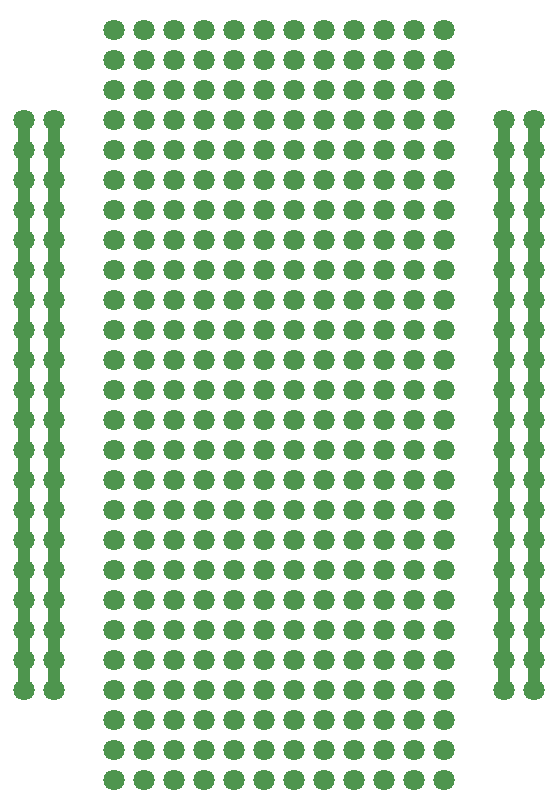
<source format=gbr>
%TF.GenerationSoftware,KiCad,Pcbnew,(5.1.10-1-10_14)*%
%TF.CreationDate,2021-09-01T11:57:48-05:00*%
%TF.ProjectId,soldering,736f6c64-6572-4696-9e67-2e6b69636164,rev?*%
%TF.SameCoordinates,Original*%
%TF.FileFunction,Copper,L1,Top*%
%TF.FilePolarity,Positive*%
%FSLAX46Y46*%
G04 Gerber Fmt 4.6, Leading zero omitted, Abs format (unit mm)*
G04 Created by KiCad (PCBNEW (5.1.10-1-10_14)) date 2021-09-01 11:57:48*
%MOMM*%
%LPD*%
G01*
G04 APERTURE LIST*
%TA.AperFunction,ComponentPad*%
%ADD10C,1.800000*%
%TD*%
%TA.AperFunction,Conductor*%
%ADD11C,1.000000*%
%TD*%
G04 APERTURE END LIST*
D10*
%TO.P,REF\u002A\u002A,1*%
%TO.N,N/C*%
X154940000Y-99060000D03*
%TD*%
%TO.P,REF\u002A\u002A,1*%
%TO.N,N/C*%
X152400000Y-99060000D03*
%TD*%
%TO.P,REF\u002A\u002A,1*%
%TO.N,N/C*%
X111760000Y-99060000D03*
%TD*%
%TO.P,REF\u002A\u002A,1*%
%TO.N,N/C*%
X114300000Y-99060000D03*
%TD*%
%TO.P,REF\u002A\u002A,1*%
%TO.N,N/C*%
X147320000Y-104140000D03*
%TD*%
%TO.P,REF\u002A\u002A,1*%
%TO.N,N/C*%
X144780000Y-106680000D03*
%TD*%
%TO.P,REF\u002A\u002A,1*%
%TO.N,N/C*%
X144780000Y-154940000D03*
%TD*%
%TO.P,REF\u002A\u002A,1*%
%TO.N,N/C*%
X147320000Y-154940000D03*
%TD*%
%TO.P,REF\u002A\u002A,1*%
%TO.N,N/C*%
X147320000Y-147320000D03*
%TD*%
%TO.P,REF\u002A\u002A,1*%
%TO.N,N/C*%
X144780000Y-132080000D03*
%TD*%
%TO.P,REF\u002A\u002A,1*%
%TO.N,N/C*%
X147320000Y-142240000D03*
%TD*%
%TO.P,REF\u002A\u002A,1*%
%TO.N,N/C*%
X147320000Y-99060000D03*
%TD*%
%TO.P,REF\u002A\u002A,1*%
%TO.N,N/C*%
X147320000Y-91440000D03*
%TD*%
%TO.P,REF\u002A\u002A,1*%
%TO.N,N/C*%
X147320000Y-101600000D03*
%TD*%
%TO.P,REF\u002A\u002A,1*%
%TO.N,N/C*%
X144780000Y-116840000D03*
%TD*%
%TO.P,REF\u002A\u002A,1*%
%TO.N,N/C*%
X147320000Y-119380000D03*
%TD*%
%TO.P,REF\u002A\u002A,1*%
%TO.N,N/C*%
X147320000Y-109220000D03*
%TD*%
%TO.P,REF\u002A\u002A,1*%
%TO.N,N/C*%
X144780000Y-111760000D03*
%TD*%
%TO.P,REF\u002A\u002A,1*%
%TO.N,N/C*%
X147320000Y-114300000D03*
%TD*%
%TO.P,REF\u002A\u002A,1*%
%TO.N,N/C*%
X142240000Y-152400000D03*
%TD*%
%TO.P,REF\u002A\u002A,1*%
%TO.N,N/C*%
X142240000Y-142240000D03*
%TD*%
%TO.P,REF\u002A\u002A,1*%
%TO.N,N/C*%
X139700000Y-149860000D03*
%TD*%
%TO.P,REF\u002A\u002A,1*%
%TO.N,N/C*%
X139700000Y-152400000D03*
%TD*%
%TO.P,REF\u002A\u002A,1*%
%TO.N,N/C*%
X144780000Y-101600000D03*
%TD*%
%TO.P,REF\u002A\u002A,1*%
%TO.N,N/C*%
X144780000Y-152400000D03*
%TD*%
%TO.P,REF\u002A\u002A,1*%
%TO.N,N/C*%
X142240000Y-116840000D03*
%TD*%
%TO.P,REF\u002A\u002A,1*%
%TO.N,N/C*%
X139700000Y-104140000D03*
%TD*%
%TO.P,REF\u002A\u002A,1*%
%TO.N,N/C*%
X142240000Y-106680000D03*
%TD*%
%TO.P,REF\u002A\u002A,1*%
%TO.N,N/C*%
X142240000Y-132080000D03*
%TD*%
%TO.P,REF\u002A\u002A,1*%
%TO.N,N/C*%
X139700000Y-144780000D03*
%TD*%
%TO.P,REF\u002A\u002A,1*%
%TO.N,N/C*%
X147320000Y-124460000D03*
%TD*%
%TO.P,REF\u002A\u002A,1*%
%TO.N,N/C*%
X144780000Y-99060000D03*
%TD*%
%TO.P,REF\u002A\u002A,1*%
%TO.N,N/C*%
X144780000Y-91440000D03*
%TD*%
%TO.P,REF\u002A\u002A,1*%
%TO.N,N/C*%
X147320000Y-111760000D03*
%TD*%
%TO.P,REF\u002A\u002A,1*%
%TO.N,N/C*%
X147320000Y-129540000D03*
%TD*%
%TO.P,REF\u002A\u002A,1*%
%TO.N,N/C*%
X147320000Y-93980000D03*
%TD*%
%TO.P,REF\u002A\u002A,1*%
%TO.N,N/C*%
X147320000Y-134620000D03*
%TD*%
%TO.P,REF\u002A\u002A,1*%
%TO.N,N/C*%
X144780000Y-119380000D03*
%TD*%
%TO.P,REF\u002A\u002A,1*%
%TO.N,N/C*%
X144780000Y-114300000D03*
%TD*%
%TO.P,REF\u002A\u002A,1*%
%TO.N,N/C*%
X147320000Y-127000000D03*
%TD*%
%TO.P,REF\u002A\u002A,1*%
%TO.N,N/C*%
X144780000Y-124460000D03*
%TD*%
%TO.P,REF\u002A\u002A,1*%
%TO.N,N/C*%
X144780000Y-96520000D03*
%TD*%
%TO.P,REF\u002A\u002A,1*%
%TO.N,N/C*%
X144780000Y-127000000D03*
%TD*%
%TO.P,REF\u002A\u002A,1*%
%TO.N,N/C*%
X139700000Y-154940000D03*
%TD*%
%TO.P,REF\u002A\u002A,1*%
%TO.N,N/C*%
X142240000Y-154940000D03*
%TD*%
%TO.P,REF\u002A\u002A,1*%
%TO.N,N/C*%
X147320000Y-121920000D03*
%TD*%
%TO.P,REF\u002A\u002A,1*%
%TO.N,N/C*%
X144780000Y-129540000D03*
%TD*%
%TO.P,REF\u002A\u002A,1*%
%TO.N,N/C*%
X144780000Y-109220000D03*
%TD*%
%TO.P,REF\u002A\u002A,1*%
%TO.N,N/C*%
X144780000Y-93980000D03*
%TD*%
%TO.P,REF\u002A\u002A,1*%
%TO.N,N/C*%
X147320000Y-96520000D03*
%TD*%
%TO.P,REF\u002A\u002A,1*%
%TO.N,N/C*%
X147320000Y-139700000D03*
%TD*%
%TO.P,REF\u002A\u002A,1*%
%TO.N,N/C*%
X144780000Y-149860000D03*
%TD*%
%TO.P,REF\u002A\u002A,1*%
%TO.N,N/C*%
X144780000Y-121920000D03*
%TD*%
%TO.P,REF\u002A\u002A,1*%
%TO.N,N/C*%
X147320000Y-137160000D03*
%TD*%
%TO.P,REF\u002A\u002A,1*%
%TO.N,N/C*%
X144780000Y-137160000D03*
%TD*%
%TO.P,REF\u002A\u002A,1*%
%TO.N,N/C*%
X144780000Y-134620000D03*
%TD*%
%TO.P,REF\u002A\u002A,1*%
%TO.N,N/C*%
X147320000Y-149860000D03*
%TD*%
%TO.P,REF\u002A\u002A,1*%
%TO.N,N/C*%
X144780000Y-142240000D03*
%TD*%
%TO.P,REF\u002A\u002A,1*%
%TO.N,N/C*%
X147320000Y-116840000D03*
%TD*%
%TO.P,REF\u002A\u002A,1*%
%TO.N,N/C*%
X144780000Y-104140000D03*
%TD*%
%TO.P,REF\u002A\u002A,1*%
%TO.N,N/C*%
X147320000Y-106680000D03*
%TD*%
%TO.P,REF\u002A\u002A,1*%
%TO.N,N/C*%
X147320000Y-132080000D03*
%TD*%
%TO.P,REF\u002A\u002A,1*%
%TO.N,N/C*%
X144780000Y-144780000D03*
%TD*%
%TO.P,REF\u002A\u002A,1*%
%TO.N,N/C*%
X144780000Y-147320000D03*
%TD*%
%TO.P,REF\u002A\u002A,1*%
%TO.N,N/C*%
X147320000Y-144780000D03*
%TD*%
%TO.P,REF\u002A\u002A,1*%
%TO.N,N/C*%
X144780000Y-139700000D03*
%TD*%
%TO.P,REF\u002A\u002A,1*%
%TO.N,N/C*%
X147320000Y-152400000D03*
%TD*%
%TO.P,REF\u002A\u002A,1*%
%TO.N,N/C*%
X142240000Y-147320000D03*
%TD*%
%TO.P,REF\u002A\u002A,1*%
%TO.N,N/C*%
X142240000Y-139700000D03*
%TD*%
%TO.P,REF\u002A\u002A,1*%
%TO.N,N/C*%
X142240000Y-144780000D03*
%TD*%
%TO.P,REF\u002A\u002A,1*%
%TO.N,N/C*%
X139700000Y-139700000D03*
%TD*%
%TO.P,REF\u002A\u002A,1*%
%TO.N,N/C*%
X139700000Y-147320000D03*
%TD*%
%TO.P,REF\u002A\u002A,1*%
%TO.N,N/C*%
X139700000Y-142240000D03*
%TD*%
%TO.P,REF\u002A\u002A,1*%
%TO.N,N/C*%
X142240000Y-149860000D03*
%TD*%
%TO.P,REF\u002A\u002A,1*%
%TO.N,N/C*%
X139700000Y-96520000D03*
%TD*%
%TO.P,REF\u002A\u002A,1*%
%TO.N,N/C*%
X139700000Y-106680000D03*
%TD*%
%TO.P,REF\u002A\u002A,1*%
%TO.N,N/C*%
X142240000Y-137160000D03*
%TD*%
%TO.P,REF\u002A\u002A,1*%
%TO.N,N/C*%
X139700000Y-93980000D03*
%TD*%
%TO.P,REF\u002A\u002A,1*%
%TO.N,N/C*%
X139700000Y-134620000D03*
%TD*%
%TO.P,REF\u002A\u002A,1*%
%TO.N,N/C*%
X139700000Y-132080000D03*
%TD*%
%TO.P,REF\u002A\u002A,1*%
%TO.N,N/C*%
X139700000Y-109220000D03*
%TD*%
%TO.P,REF\u002A\u002A,1*%
%TO.N,N/C*%
X139700000Y-101600000D03*
%TD*%
%TO.P,REF\u002A\u002A,1*%
%TO.N,N/C*%
X142240000Y-91440000D03*
%TD*%
%TO.P,REF\u002A\u002A,1*%
%TO.N,N/C*%
X139700000Y-121920000D03*
%TD*%
%TO.P,REF\u002A\u002A,1*%
%TO.N,N/C*%
X142240000Y-99060000D03*
%TD*%
%TO.P,REF\u002A\u002A,1*%
%TO.N,N/C*%
X142240000Y-96520000D03*
%TD*%
%TO.P,REF\u002A\u002A,1*%
%TO.N,N/C*%
X142240000Y-104140000D03*
%TD*%
%TO.P,REF\u002A\u002A,1*%
%TO.N,N/C*%
X139700000Y-137160000D03*
%TD*%
%TO.P,REF\u002A\u002A,1*%
%TO.N,N/C*%
X142240000Y-121920000D03*
%TD*%
%TO.P,REF\u002A\u002A,1*%
%TO.N,N/C*%
X139700000Y-129540000D03*
%TD*%
%TO.P,REF\u002A\u002A,1*%
%TO.N,N/C*%
X139700000Y-127000000D03*
%TD*%
%TO.P,REF\u002A\u002A,1*%
%TO.N,N/C*%
X142240000Y-93980000D03*
%TD*%
%TO.P,REF\u002A\u002A,1*%
%TO.N,N/C*%
X142240000Y-111760000D03*
%TD*%
%TO.P,REF\u002A\u002A,1*%
%TO.N,N/C*%
X142240000Y-129540000D03*
%TD*%
%TO.P,REF\u002A\u002A,1*%
%TO.N,N/C*%
X142240000Y-127000000D03*
%TD*%
%TO.P,REF\u002A\u002A,1*%
%TO.N,N/C*%
X139700000Y-124460000D03*
%TD*%
%TO.P,REF\u002A\u002A,1*%
%TO.N,N/C*%
X142240000Y-109220000D03*
%TD*%
%TO.P,REF\u002A\u002A,1*%
%TO.N,N/C*%
X139700000Y-99060000D03*
%TD*%
%TO.P,REF\u002A\u002A,1*%
%TO.N,N/C*%
X139700000Y-91440000D03*
%TD*%
%TO.P,REF\u002A\u002A,1*%
%TO.N,N/C*%
X142240000Y-101600000D03*
%TD*%
%TO.P,REF\u002A\u002A,1*%
%TO.N,N/C*%
X142240000Y-114300000D03*
%TD*%
%TO.P,REF\u002A\u002A,1*%
%TO.N,N/C*%
X139700000Y-116840000D03*
%TD*%
%TO.P,REF\u002A\u002A,1*%
%TO.N,N/C*%
X142240000Y-119380000D03*
%TD*%
%TO.P,REF\u002A\u002A,1*%
%TO.N,N/C*%
X142240000Y-124460000D03*
%TD*%
%TO.P,REF\u002A\u002A,1*%
%TO.N,N/C*%
X139700000Y-111760000D03*
%TD*%
%TO.P,REF\u002A\u002A,1*%
%TO.N,N/C*%
X139700000Y-114300000D03*
%TD*%
%TO.P,REF\u002A\u002A,1*%
%TO.N,N/C*%
X142240000Y-134620000D03*
%TD*%
%TO.P,REF\u002A\u002A,1*%
%TO.N,N/C*%
X139700000Y-119380000D03*
%TD*%
%TO.P,REF\u002A\u002A,1*%
%TO.N,N/C*%
X132080000Y-134620000D03*
%TD*%
%TO.P,REF\u002A\u002A,1*%
%TO.N,N/C*%
X129540000Y-119380000D03*
%TD*%
%TO.P,REF\u002A\u002A,1*%
%TO.N,N/C*%
X129540000Y-114300000D03*
%TD*%
%TO.P,REF\u002A\u002A,1*%
%TO.N,N/C*%
X129540000Y-127000000D03*
%TD*%
%TO.P,REF\u002A\u002A,1*%
%TO.N,N/C*%
X132080000Y-121920000D03*
%TD*%
%TO.P,REF\u002A\u002A,1*%
%TO.N,N/C*%
X129540000Y-129540000D03*
%TD*%
%TO.P,REF\u002A\u002A,1*%
%TO.N,N/C*%
X132080000Y-101600000D03*
%TD*%
%TO.P,REF\u002A\u002A,1*%
%TO.N,N/C*%
X132080000Y-109220000D03*
%TD*%
%TO.P,REF\u002A\u002A,1*%
%TO.N,N/C*%
X129540000Y-111760000D03*
%TD*%
%TO.P,REF\u002A\u002A,1*%
%TO.N,N/C*%
X132080000Y-114300000D03*
%TD*%
%TO.P,REF\u002A\u002A,1*%
%TO.N,N/C*%
X129540000Y-116840000D03*
%TD*%
%TO.P,REF\u002A\u002A,1*%
%TO.N,N/C*%
X132080000Y-119380000D03*
%TD*%
%TO.P,REF\u002A\u002A,1*%
%TO.N,N/C*%
X132080000Y-124460000D03*
%TD*%
%TO.P,REF\u002A\u002A,1*%
%TO.N,N/C*%
X129540000Y-99060000D03*
%TD*%
%TO.P,REF\u002A\u002A,1*%
%TO.N,N/C*%
X129540000Y-91440000D03*
%TD*%
%TO.P,REF\u002A\u002A,1*%
%TO.N,N/C*%
X132080000Y-93980000D03*
%TD*%
%TO.P,REF\u002A\u002A,1*%
%TO.N,N/C*%
X132080000Y-111760000D03*
%TD*%
%TO.P,REF\u002A\u002A,1*%
%TO.N,N/C*%
X132080000Y-129540000D03*
%TD*%
%TO.P,REF\u002A\u002A,1*%
%TO.N,N/C*%
X132080000Y-127000000D03*
%TD*%
%TO.P,REF\u002A\u002A,1*%
%TO.N,N/C*%
X129540000Y-124460000D03*
%TD*%
%TO.P,REF\u002A\u002A,1*%
%TO.N,N/C*%
X129540000Y-96520000D03*
%TD*%
%TO.P,REF\u002A\u002A,1*%
%TO.N,N/C*%
X132080000Y-99060000D03*
%TD*%
%TO.P,REF\u002A\u002A,1*%
%TO.N,N/C*%
X129540000Y-93980000D03*
%TD*%
%TO.P,REF\u002A\u002A,1*%
%TO.N,N/C*%
X132080000Y-96520000D03*
%TD*%
%TO.P,REF\u002A\u002A,1*%
%TO.N,N/C*%
X132080000Y-104140000D03*
%TD*%
%TO.P,REF\u002A\u002A,1*%
%TO.N,N/C*%
X129540000Y-106680000D03*
%TD*%
%TO.P,REF\u002A\u002A,1*%
%TO.N,N/C*%
X129540000Y-132080000D03*
%TD*%
%TO.P,REF\u002A\u002A,1*%
%TO.N,N/C*%
X129540000Y-109220000D03*
%TD*%
%TO.P,REF\u002A\u002A,1*%
%TO.N,N/C*%
X129540000Y-101600000D03*
%TD*%
%TO.P,REF\u002A\u002A,1*%
%TO.N,N/C*%
X132080000Y-91440000D03*
%TD*%
%TO.P,REF\u002A\u002A,1*%
%TO.N,N/C*%
X129540000Y-121920000D03*
%TD*%
%TO.P,REF\u002A\u002A,1*%
%TO.N,N/C*%
X132080000Y-137160000D03*
%TD*%
%TO.P,REF\u002A\u002A,1*%
%TO.N,N/C*%
X129540000Y-137160000D03*
%TD*%
%TO.P,REF\u002A\u002A,1*%
%TO.N,N/C*%
X129540000Y-134620000D03*
%TD*%
%TO.P,REF\u002A\u002A,1*%
%TO.N,N/C*%
X132080000Y-149860000D03*
%TD*%
%TO.P,REF\u002A\u002A,1*%
%TO.N,N/C*%
X129540000Y-142240000D03*
%TD*%
%TO.P,REF\u002A\u002A,1*%
%TO.N,N/C*%
X132080000Y-116840000D03*
%TD*%
%TO.P,REF\u002A\u002A,1*%
%TO.N,N/C*%
X129540000Y-104140000D03*
%TD*%
%TO.P,REF\u002A\u002A,1*%
%TO.N,N/C*%
X132080000Y-106680000D03*
%TD*%
%TO.P,REF\u002A\u002A,1*%
%TO.N,N/C*%
X132080000Y-132080000D03*
%TD*%
%TO.P,REF\u002A\u002A,1*%
%TO.N,N/C*%
X129540000Y-144780000D03*
%TD*%
%TO.P,REF\u002A\u002A,1*%
%TO.N,N/C*%
X137160000Y-124460000D03*
%TD*%
%TO.P,REF\u002A\u002A,1*%
%TO.N,N/C*%
X134620000Y-99060000D03*
%TD*%
%TO.P,REF\u002A\u002A,1*%
%TO.N,N/C*%
X134620000Y-91440000D03*
%TD*%
%TO.P,REF\u002A\u002A,1*%
%TO.N,N/C*%
X137160000Y-111760000D03*
%TD*%
%TO.P,REF\u002A\u002A,1*%
%TO.N,N/C*%
X137160000Y-129540000D03*
%TD*%
%TO.P,REF\u002A\u002A,1*%
%TO.N,N/C*%
X137160000Y-93980000D03*
%TD*%
%TO.P,REF\u002A\u002A,1*%
%TO.N,N/C*%
X137160000Y-134620000D03*
%TD*%
%TO.P,REF\u002A\u002A,1*%
%TO.N,N/C*%
X134620000Y-119380000D03*
%TD*%
%TO.P,REF\u002A\u002A,1*%
%TO.N,N/C*%
X134620000Y-114300000D03*
%TD*%
%TO.P,REF\u002A\u002A,1*%
%TO.N,N/C*%
X137160000Y-127000000D03*
%TD*%
%TO.P,REF\u002A\u002A,1*%
%TO.N,N/C*%
X134620000Y-124460000D03*
%TD*%
%TO.P,REF\u002A\u002A,1*%
%TO.N,N/C*%
X134620000Y-96520000D03*
%TD*%
%TO.P,REF\u002A\u002A,1*%
%TO.N,N/C*%
X134620000Y-127000000D03*
%TD*%
%TO.P,REF\u002A\u002A,1*%
%TO.N,N/C*%
X137160000Y-121920000D03*
%TD*%
%TO.P,REF\u002A\u002A,1*%
%TO.N,N/C*%
X134620000Y-129540000D03*
%TD*%
%TO.P,REF\u002A\u002A,1*%
%TO.N,N/C*%
X137160000Y-101600000D03*
%TD*%
%TO.P,REF\u002A\u002A,1*%
%TO.N,N/C*%
X134620000Y-116840000D03*
%TD*%
%TO.P,REF\u002A\u002A,1*%
%TO.N,N/C*%
X137160000Y-119380000D03*
%TD*%
%TO.P,REF\u002A\u002A,1*%
%TO.N,N/C*%
X137160000Y-109220000D03*
%TD*%
%TO.P,REF\u002A\u002A,1*%
%TO.N,N/C*%
X134620000Y-111760000D03*
%TD*%
%TO.P,REF\u002A\u002A,1*%
%TO.N,N/C*%
X137160000Y-114300000D03*
%TD*%
%TO.P,REF\u002A\u002A,1*%
%TO.N,N/C*%
X134620000Y-109220000D03*
%TD*%
%TO.P,REF\u002A\u002A,1*%
%TO.N,N/C*%
X134620000Y-101600000D03*
%TD*%
%TO.P,REF\u002A\u002A,1*%
%TO.N,N/C*%
X134620000Y-152400000D03*
%TD*%
%TO.P,REF\u002A\u002A,1*%
%TO.N,N/C*%
X137160000Y-104140000D03*
%TD*%
%TO.P,REF\u002A\u002A,1*%
%TO.N,N/C*%
X134620000Y-106680000D03*
%TD*%
%TO.P,REF\u002A\u002A,1*%
%TO.N,N/C*%
X134620000Y-154940000D03*
%TD*%
%TO.P,REF\u002A\u002A,1*%
%TO.N,N/C*%
X137160000Y-154940000D03*
%TD*%
%TO.P,REF\u002A\u002A,1*%
%TO.N,N/C*%
X137160000Y-147320000D03*
%TD*%
%TO.P,REF\u002A\u002A,1*%
%TO.N,N/C*%
X134620000Y-132080000D03*
%TD*%
%TO.P,REF\u002A\u002A,1*%
%TO.N,N/C*%
X137160000Y-142240000D03*
%TD*%
%TO.P,REF\u002A\u002A,1*%
%TO.N,N/C*%
X137160000Y-99060000D03*
%TD*%
%TO.P,REF\u002A\u002A,1*%
%TO.N,N/C*%
X134620000Y-93980000D03*
%TD*%
%TO.P,REF\u002A\u002A,1*%
%TO.N,N/C*%
X137160000Y-96520000D03*
%TD*%
%TO.P,REF\u002A\u002A,1*%
%TO.N,N/C*%
X137160000Y-139700000D03*
%TD*%
%TO.P,REF\u002A\u002A,1*%
%TO.N,N/C*%
X134620000Y-121920000D03*
%TD*%
%TO.P,REF\u002A\u002A,1*%
%TO.N,N/C*%
X137160000Y-137160000D03*
%TD*%
%TO.P,REF\u002A\u002A,1*%
%TO.N,N/C*%
X134620000Y-137160000D03*
%TD*%
%TO.P,REF\u002A\u002A,1*%
%TO.N,N/C*%
X134620000Y-134620000D03*
%TD*%
%TO.P,REF\u002A\u002A,1*%
%TO.N,N/C*%
X137160000Y-149860000D03*
%TD*%
%TO.P,REF\u002A\u002A,1*%
%TO.N,N/C*%
X134620000Y-142240000D03*
%TD*%
%TO.P,REF\u002A\u002A,1*%
%TO.N,N/C*%
X137160000Y-116840000D03*
%TD*%
%TO.P,REF\u002A\u002A,1*%
%TO.N,N/C*%
X134620000Y-104140000D03*
%TD*%
%TO.P,REF\u002A\u002A,1*%
%TO.N,N/C*%
X137160000Y-106680000D03*
%TD*%
%TO.P,REF\u002A\u002A,1*%
%TO.N,N/C*%
X137160000Y-132080000D03*
%TD*%
%TO.P,REF\u002A\u002A,1*%
%TO.N,N/C*%
X134620000Y-144780000D03*
%TD*%
%TO.P,REF\u002A\u002A,1*%
%TO.N,N/C*%
X134620000Y-147320000D03*
%TD*%
%TO.P,REF\u002A\u002A,1*%
%TO.N,N/C*%
X137160000Y-144780000D03*
%TD*%
%TO.P,REF\u002A\u002A,1*%
%TO.N,N/C*%
X134620000Y-139700000D03*
%TD*%
%TO.P,REF\u002A\u002A,1*%
%TO.N,N/C*%
X137160000Y-152400000D03*
%TD*%
%TO.P,REF\u002A\u002A,1*%
%TO.N,N/C*%
X137160000Y-91440000D03*
%TD*%
%TO.P,REF\u002A\u002A,1*%
%TO.N,N/C*%
X134620000Y-149860000D03*
%TD*%
%TO.P,REF\u002A\u002A,1*%
%TO.N,N/C*%
X129540000Y-154940000D03*
%TD*%
%TO.P,REF\u002A\u002A,1*%
%TO.N,N/C*%
X132080000Y-154940000D03*
%TD*%
%TO.P,REF\u002A\u002A,1*%
%TO.N,N/C*%
X132080000Y-147320000D03*
%TD*%
%TO.P,REF\u002A\u002A,1*%
%TO.N,N/C*%
X132080000Y-139700000D03*
%TD*%
%TO.P,REF\u002A\u002A,1*%
%TO.N,N/C*%
X132080000Y-144780000D03*
%TD*%
%TO.P,REF\u002A\u002A,1*%
%TO.N,N/C*%
X129540000Y-139700000D03*
%TD*%
%TO.P,REF\u002A\u002A,1*%
%TO.N,N/C*%
X129540000Y-147320000D03*
%TD*%
%TO.P,REF\u002A\u002A,1*%
%TO.N,N/C*%
X132080000Y-152400000D03*
%TD*%
%TO.P,REF\u002A\u002A,1*%
%TO.N,N/C*%
X132080000Y-142240000D03*
%TD*%
%TO.P,REF\u002A\u002A,1*%
%TO.N,N/C*%
X129540000Y-149860000D03*
%TD*%
%TO.P,REF\u002A\u002A,1*%
%TO.N,N/C*%
X129540000Y-152400000D03*
%TD*%
%TO.P,REF\u002A\u002A,1*%
%TO.N,N/C*%
X127000000Y-134620000D03*
%TD*%
%TO.P,REF\u002A\u002A,1*%
%TO.N,N/C*%
X124460000Y-119380000D03*
%TD*%
%TO.P,REF\u002A\u002A,1*%
%TO.N,N/C*%
X124460000Y-114300000D03*
%TD*%
%TO.P,REF\u002A\u002A,1*%
%TO.N,N/C*%
X124460000Y-127000000D03*
%TD*%
%TO.P,REF\u002A\u002A,1*%
%TO.N,N/C*%
X127000000Y-121920000D03*
%TD*%
%TO.P,REF\u002A\u002A,1*%
%TO.N,N/C*%
X124460000Y-129540000D03*
%TD*%
%TO.P,REF\u002A\u002A,1*%
%TO.N,N/C*%
X127000000Y-101600000D03*
%TD*%
%TO.P,REF\u002A\u002A,1*%
%TO.N,N/C*%
X127000000Y-109220000D03*
%TD*%
%TO.P,REF\u002A\u002A,1*%
%TO.N,N/C*%
X124460000Y-111760000D03*
%TD*%
%TO.P,REF\u002A\u002A,1*%
%TO.N,N/C*%
X127000000Y-114300000D03*
%TD*%
%TO.P,REF\u002A\u002A,1*%
%TO.N,N/C*%
X124460000Y-116840000D03*
%TD*%
%TO.P,REF\u002A\u002A,1*%
%TO.N,N/C*%
X127000000Y-119380000D03*
%TD*%
%TO.P,REF\u002A\u002A,1*%
%TO.N,N/C*%
X127000000Y-124460000D03*
%TD*%
%TO.P,REF\u002A\u002A,1*%
%TO.N,N/C*%
X124460000Y-99060000D03*
%TD*%
%TO.P,REF\u002A\u002A,1*%
%TO.N,N/C*%
X124460000Y-91440000D03*
%TD*%
%TO.P,REF\u002A\u002A,1*%
%TO.N,N/C*%
X127000000Y-93980000D03*
%TD*%
%TO.P,REF\u002A\u002A,1*%
%TO.N,N/C*%
X127000000Y-111760000D03*
%TD*%
%TO.P,REF\u002A\u002A,1*%
%TO.N,N/C*%
X127000000Y-129540000D03*
%TD*%
%TO.P,REF\u002A\u002A,1*%
%TO.N,N/C*%
X127000000Y-127000000D03*
%TD*%
%TO.P,REF\u002A\u002A,1*%
%TO.N,N/C*%
X124460000Y-124460000D03*
%TD*%
%TO.P,REF\u002A\u002A,1*%
%TO.N,N/C*%
X124460000Y-96520000D03*
%TD*%
%TO.P,REF\u002A\u002A,1*%
%TO.N,N/C*%
X127000000Y-99060000D03*
%TD*%
%TO.P,REF\u002A\u002A,1*%
%TO.N,N/C*%
X124460000Y-93980000D03*
%TD*%
%TO.P,REF\u002A\u002A,1*%
%TO.N,N/C*%
X127000000Y-96520000D03*
%TD*%
%TO.P,REF\u002A\u002A,1*%
%TO.N,N/C*%
X127000000Y-104140000D03*
%TD*%
%TO.P,REF\u002A\u002A,1*%
%TO.N,N/C*%
X124460000Y-106680000D03*
%TD*%
%TO.P,REF\u002A\u002A,1*%
%TO.N,N/C*%
X124460000Y-132080000D03*
%TD*%
%TO.P,REF\u002A\u002A,1*%
%TO.N,N/C*%
X124460000Y-109220000D03*
%TD*%
%TO.P,REF\u002A\u002A,1*%
%TO.N,N/C*%
X124460000Y-101600000D03*
%TD*%
%TO.P,REF\u002A\u002A,1*%
%TO.N,N/C*%
X127000000Y-91440000D03*
%TD*%
%TO.P,REF\u002A\u002A,1*%
%TO.N,N/C*%
X124460000Y-121920000D03*
%TD*%
%TO.P,REF\u002A\u002A,1*%
%TO.N,N/C*%
X127000000Y-137160000D03*
%TD*%
%TO.P,REF\u002A\u002A,1*%
%TO.N,N/C*%
X124460000Y-137160000D03*
%TD*%
%TO.P,REF\u002A\u002A,1*%
%TO.N,N/C*%
X124460000Y-134620000D03*
%TD*%
%TO.P,REF\u002A\u002A,1*%
%TO.N,N/C*%
X127000000Y-149860000D03*
%TD*%
%TO.P,REF\u002A\u002A,1*%
%TO.N,N/C*%
X124460000Y-142240000D03*
%TD*%
%TO.P,REF\u002A\u002A,1*%
%TO.N,N/C*%
X127000000Y-116840000D03*
%TD*%
%TO.P,REF\u002A\u002A,1*%
%TO.N,N/C*%
X124460000Y-104140000D03*
%TD*%
%TO.P,REF\u002A\u002A,1*%
%TO.N,N/C*%
X127000000Y-106680000D03*
%TD*%
%TO.P,REF\u002A\u002A,1*%
%TO.N,N/C*%
X127000000Y-132080000D03*
%TD*%
%TO.P,REF\u002A\u002A,1*%
%TO.N,N/C*%
X124460000Y-144780000D03*
%TD*%
%TO.P,REF\u002A\u002A,1*%
%TO.N,N/C*%
X124460000Y-154940000D03*
%TD*%
%TO.P,REF\u002A\u002A,1*%
%TO.N,N/C*%
X127000000Y-154940000D03*
%TD*%
%TO.P,REF\u002A\u002A,1*%
%TO.N,N/C*%
X127000000Y-147320000D03*
%TD*%
%TO.P,REF\u002A\u002A,1*%
%TO.N,N/C*%
X127000000Y-139700000D03*
%TD*%
%TO.P,REF\u002A\u002A,1*%
%TO.N,N/C*%
X127000000Y-144780000D03*
%TD*%
%TO.P,REF\u002A\u002A,1*%
%TO.N,N/C*%
X124460000Y-139700000D03*
%TD*%
%TO.P,REF\u002A\u002A,1*%
%TO.N,N/C*%
X124460000Y-147320000D03*
%TD*%
%TO.P,REF\u002A\u002A,1*%
%TO.N,N/C*%
X127000000Y-152400000D03*
%TD*%
%TO.P,REF\u002A\u002A,1*%
%TO.N,N/C*%
X127000000Y-142240000D03*
%TD*%
%TO.P,REF\u002A\u002A,1*%
%TO.N,N/C*%
X124460000Y-149860000D03*
%TD*%
%TO.P,REF\u002A\u002A,1*%
%TO.N,N/C*%
X124460000Y-152400000D03*
%TD*%
%TO.P,REF\u002A\u002A,1*%
%TO.N,N/C*%
X121920000Y-154940000D03*
%TD*%
%TO.P,REF\u002A\u002A,1*%
%TO.N,N/C*%
X119380000Y-154940000D03*
%TD*%
%TO.P,REF\u002A\u002A,1*%
%TO.N,N/C*%
X121920000Y-149860000D03*
%TD*%
%TO.P,REF\u002A\u002A,1*%
%TO.N,N/C*%
X119380000Y-142240000D03*
%TD*%
%TO.P,REF\u002A\u002A,1*%
%TO.N,N/C*%
X119380000Y-144780000D03*
%TD*%
%TO.P,REF\u002A\u002A,1*%
%TO.N,N/C*%
X121920000Y-139700000D03*
%TD*%
%TO.P,REF\u002A\u002A,1*%
%TO.N,N/C*%
X121920000Y-144780000D03*
%TD*%
%TO.P,REF\u002A\u002A,1*%
%TO.N,N/C*%
X121920000Y-142240000D03*
%TD*%
%TO.P,REF\u002A\u002A,1*%
%TO.N,N/C*%
X119380000Y-139700000D03*
%TD*%
%TO.P,REF\u002A\u002A,1*%
%TO.N,N/C*%
X119380000Y-147320000D03*
%TD*%
%TO.P,REF\u002A\u002A,1*%
%TO.N,N/C*%
X121920000Y-152400000D03*
%TD*%
%TO.P,REF\u002A\u002A,1*%
%TO.N,N/C*%
X119380000Y-152400000D03*
%TD*%
%TO.P,REF\u002A\u002A,1*%
%TO.N,N/C*%
X119380000Y-149860000D03*
%TD*%
%TO.P,REF\u002A\u002A,1*%
%TO.N,N/C*%
X121920000Y-147320000D03*
%TD*%
%TO.P,REF\u002A\u002A,1*%
%TO.N,N/C*%
X121920000Y-116840000D03*
%TD*%
%TO.P,REF\u002A\u002A,1*%
%TO.N,N/C*%
X121920000Y-124460000D03*
%TD*%
%TO.P,REF\u002A\u002A,1*%
%TO.N,N/C*%
X121920000Y-134620000D03*
%TD*%
%TO.P,REF\u002A\u002A,1*%
%TO.N,N/C*%
X119380000Y-119380000D03*
%TD*%
%TO.P,REF\u002A\u002A,1*%
%TO.N,N/C*%
X119380000Y-111760000D03*
%TD*%
%TO.P,REF\u002A\u002A,1*%
%TO.N,N/C*%
X121920000Y-114300000D03*
%TD*%
%TO.P,REF\u002A\u002A,1*%
%TO.N,N/C*%
X119380000Y-116840000D03*
%TD*%
%TO.P,REF\u002A\u002A,1*%
%TO.N,N/C*%
X121920000Y-119380000D03*
%TD*%
%TO.P,REF\u002A\u002A,1*%
%TO.N,N/C*%
X119380000Y-114300000D03*
%TD*%
%TO.P,REF\u002A\u002A,1*%
%TO.N,N/C*%
X119380000Y-127000000D03*
%TD*%
%TO.P,REF\u002A\u002A,1*%
%TO.N,N/C*%
X121920000Y-121920000D03*
%TD*%
%TO.P,REF\u002A\u002A,1*%
%TO.N,N/C*%
X119380000Y-129540000D03*
%TD*%
%TO.P,REF\u002A\u002A,1*%
%TO.N,N/C*%
X119380000Y-121920000D03*
%TD*%
%TO.P,REF\u002A\u002A,1*%
%TO.N,N/C*%
X121920000Y-137160000D03*
%TD*%
%TO.P,REF\u002A\u002A,1*%
%TO.N,N/C*%
X119380000Y-137160000D03*
%TD*%
%TO.P,REF\u002A\u002A,1*%
%TO.N,N/C*%
X119380000Y-134620000D03*
%TD*%
%TO.P,REF\u002A\u002A,1*%
%TO.N,N/C*%
X119380000Y-99060000D03*
%TD*%
%TO.P,REF\u002A\u002A,1*%
%TO.N,N/C*%
X119380000Y-91440000D03*
%TD*%
%TO.P,REF\u002A\u002A,1*%
%TO.N,N/C*%
X121920000Y-93980000D03*
%TD*%
%TO.P,REF\u002A\u002A,1*%
%TO.N,N/C*%
X121920000Y-111760000D03*
%TD*%
%TO.P,REF\u002A\u002A,1*%
%TO.N,N/C*%
X121920000Y-129540000D03*
%TD*%
%TO.P,REF\u002A\u002A,1*%
%TO.N,N/C*%
X121920000Y-127000000D03*
%TD*%
%TO.P,REF\u002A\u002A,1*%
%TO.N,N/C*%
X119380000Y-124460000D03*
%TD*%
%TO.P,REF\u002A\u002A,1*%
%TO.N,N/C*%
X119380000Y-96520000D03*
%TD*%
%TO.P,REF\u002A\u002A,1*%
%TO.N,N/C*%
X121920000Y-99060000D03*
%TD*%
%TO.P,REF\u002A\u002A,1*%
%TO.N,N/C*%
X119380000Y-93980000D03*
%TD*%
%TO.P,REF\u002A\u002A,1*%
%TO.N,N/C*%
X121920000Y-96520000D03*
%TD*%
%TO.P,REF\u002A\u002A,1*%
%TO.N,N/C*%
X121920000Y-104140000D03*
%TD*%
%TO.P,REF\u002A\u002A,1*%
%TO.N,N/C*%
X119380000Y-106680000D03*
%TD*%
%TO.P,REF\u002A\u002A,1*%
%TO.N,N/C*%
X119380000Y-132080000D03*
%TD*%
%TO.P,REF\u002A\u002A,1*%
%TO.N,N/C*%
X119380000Y-109220000D03*
%TD*%
%TO.P,REF\u002A\u002A,1*%
%TO.N,N/C*%
X119380000Y-101600000D03*
%TD*%
%TO.P,REF\u002A\u002A,1*%
%TO.N,N/C*%
X121920000Y-91440000D03*
%TD*%
%TO.P,REF\u002A\u002A,1*%
%TO.N,N/C*%
X121920000Y-101600000D03*
%TD*%
%TO.P,REF\u002A\u002A,1*%
%TO.N,N/C*%
X121920000Y-109220000D03*
%TD*%
%TO.P,REF\u002A\u002A,1*%
%TO.N,N/C*%
X119380000Y-104140000D03*
%TD*%
%TO.P,REF\u002A\u002A,1*%
%TO.N,N/C*%
X121920000Y-106680000D03*
%TD*%
%TO.P,REF\u002A\u002A,1*%
%TO.N,N/C*%
X121920000Y-132080000D03*
%TD*%
%TO.P,REF\u002A\u002A,1*%
%TO.N,N/C*%
X154940000Y-127000000D03*
%TD*%
%TO.P,REF\u002A\u002A,1*%
%TO.N,N/C*%
X154940000Y-134620000D03*
%TD*%
%TO.P,REF\u002A\u002A,1*%
%TO.N,N/C*%
X154940000Y-144780000D03*
%TD*%
%TO.P,REF\u002A\u002A,1*%
%TO.N,N/C*%
X152400000Y-129540000D03*
%TD*%
%TO.P,REF\u002A\u002A,1*%
%TO.N,N/C*%
X152400000Y-121920000D03*
%TD*%
%TO.P,REF\u002A\u002A,1*%
%TO.N,N/C*%
X154940000Y-124460000D03*
%TD*%
%TO.P,REF\u002A\u002A,1*%
%TO.N,N/C*%
X152400000Y-127000000D03*
%TD*%
%TO.P,REF\u002A\u002A,1*%
%TO.N,N/C*%
X154940000Y-129540000D03*
%TD*%
%TO.P,REF\u002A\u002A,1*%
%TO.N,N/C*%
X152400000Y-124460000D03*
%TD*%
%TO.P,REF\u002A\u002A,1*%
%TO.N,N/C*%
X152400000Y-137160000D03*
%TD*%
%TO.P,REF\u002A\u002A,1*%
%TO.N,N/C*%
X154940000Y-132080000D03*
%TD*%
%TO.P,REF\u002A\u002A,1*%
%TO.N,N/C*%
X152400000Y-139700000D03*
%TD*%
%TO.P,REF\u002A\u002A,1*%
%TO.N,N/C*%
X152400000Y-132080000D03*
%TD*%
%TO.P,REF\u002A\u002A,1*%
%TO.N,N/C*%
X154940000Y-147320000D03*
%TD*%
%TO.P,REF\u002A\u002A,1*%
%TO.N,N/C*%
X152400000Y-147320000D03*
%TD*%
%TO.P,REF\u002A\u002A,1*%
%TO.N,N/C*%
X152400000Y-144780000D03*
%TD*%
%TO.P,REF\u002A\u002A,1*%
%TO.N,N/C*%
X152400000Y-109220000D03*
%TD*%
%TO.P,REF\u002A\u002A,1*%
%TO.N,N/C*%
X152400000Y-101600000D03*
%TD*%
%TO.P,REF\u002A\u002A,1*%
%TO.N,N/C*%
X154940000Y-104140000D03*
%TD*%
%TO.P,REF\u002A\u002A,1*%
%TO.N,N/C*%
X154940000Y-121920000D03*
%TD*%
%TO.P,REF\u002A\u002A,1*%
%TO.N,N/C*%
X154940000Y-139700000D03*
%TD*%
%TO.P,REF\u002A\u002A,1*%
%TO.N,N/C*%
X154940000Y-137160000D03*
%TD*%
%TO.P,REF\u002A\u002A,1*%
%TO.N,N/C*%
X152400000Y-134620000D03*
%TD*%
%TO.P,REF\u002A\u002A,1*%
%TO.N,N/C*%
X152400000Y-106680000D03*
%TD*%
%TO.P,REF\u002A\u002A,1*%
%TO.N,N/C*%
X154940000Y-109220000D03*
%TD*%
%TO.P,REF\u002A\u002A,1*%
%TO.N,N/C*%
X152400000Y-104140000D03*
%TD*%
%TO.P,REF\u002A\u002A,1*%
%TO.N,N/C*%
X154940000Y-106680000D03*
%TD*%
%TO.P,REF\u002A\u002A,1*%
%TO.N,N/C*%
X154940000Y-114300000D03*
%TD*%
%TO.P,REF\u002A\u002A,1*%
%TO.N,N/C*%
X152400000Y-116840000D03*
%TD*%
%TO.P,REF\u002A\u002A,1*%
%TO.N,N/C*%
X152400000Y-142240000D03*
%TD*%
%TO.P,REF\u002A\u002A,1*%
%TO.N,N/C*%
X152400000Y-119380000D03*
%TD*%
%TO.P,REF\u002A\u002A,1*%
%TO.N,N/C*%
X152400000Y-111760000D03*
%TD*%
%TO.P,REF\u002A\u002A,1*%
%TO.N,N/C*%
X154940000Y-101600000D03*
%TD*%
%TO.P,REF\u002A\u002A,1*%
%TO.N,N/C*%
X154940000Y-111760000D03*
%TD*%
%TO.P,REF\u002A\u002A,1*%
%TO.N,N/C*%
X154940000Y-119380000D03*
%TD*%
%TO.P,REF\u002A\u002A,1*%
%TO.N,N/C*%
X152400000Y-114300000D03*
%TD*%
%TO.P,REF\u002A\u002A,1*%
%TO.N,N/C*%
X154940000Y-116840000D03*
%TD*%
%TO.P,REF\u002A\u002A,1*%
%TO.N,N/C*%
X154940000Y-142240000D03*
%TD*%
%TO.P,REF\u002A\u002A,1*%
%TO.N,N/C*%
X114300000Y-147320000D03*
%TD*%
%TO.P,REF\u002A\u002A,1*%
%TO.N,N/C*%
X111760000Y-147320000D03*
%TD*%
%TO.P,REF\u002A\u002A,1*%
%TO.N,N/C*%
X111760000Y-144780000D03*
%TD*%
%TO.P,REF\u002A\u002A,1*%
%TO.N,N/C*%
X114300000Y-144780000D03*
%TD*%
%TO.P,REF\u002A\u002A,1*%
%TO.N,N/C*%
X111760000Y-142240000D03*
%TD*%
%TO.P,REF\u002A\u002A,1*%
%TO.N,N/C*%
X114300000Y-142240000D03*
%TD*%
%TO.P,REF\u002A\u002A,1*%
%TO.N,N/C*%
X111760000Y-129540000D03*
%TD*%
%TO.P,REF\u002A\u002A,1*%
%TO.N,N/C*%
X111760000Y-121920000D03*
%TD*%
%TO.P,REF\u002A\u002A,1*%
%TO.N,N/C*%
X114300000Y-124460000D03*
%TD*%
%TO.P,REF\u002A\u002A,1*%
%TO.N,N/C*%
X111760000Y-127000000D03*
%TD*%
%TO.P,REF\u002A\u002A,1*%
%TO.N,N/C*%
X114300000Y-129540000D03*
%TD*%
%TO.P,REF\u002A\u002A,1*%
%TO.N,N/C*%
X111760000Y-124460000D03*
%TD*%
%TO.P,REF\u002A\u002A,1*%
%TO.N,N/C*%
X114300000Y-127000000D03*
%TD*%
%TO.P,REF\u002A\u002A,1*%
%TO.N,N/C*%
X114300000Y-134620000D03*
%TD*%
%TO.P,REF\u002A\u002A,1*%
%TO.N,N/C*%
X111760000Y-137160000D03*
%TD*%
%TO.P,REF\u002A\u002A,1*%
%TO.N,N/C*%
X111760000Y-139700000D03*
%TD*%
%TO.P,REF\u002A\u002A,1*%
%TO.N,N/C*%
X111760000Y-132080000D03*
%TD*%
%TO.P,REF\u002A\u002A,1*%
%TO.N,N/C*%
X114300000Y-121920000D03*
%TD*%
%TO.P,REF\u002A\u002A,1*%
%TO.N,N/C*%
X114300000Y-132080000D03*
%TD*%
%TO.P,REF\u002A\u002A,1*%
%TO.N,N/C*%
X114300000Y-139700000D03*
%TD*%
%TO.P,REF\u002A\u002A,1*%
%TO.N,N/C*%
X111760000Y-134620000D03*
%TD*%
%TO.P,REF\u002A\u002A,1*%
%TO.N,N/C*%
X114300000Y-137160000D03*
%TD*%
%TO.P,REF\u002A\u002A,1*%
%TO.N,N/C*%
X111760000Y-119380000D03*
%TD*%
%TO.P,REF\u002A\u002A,1*%
%TO.N,N/C*%
X111760000Y-111760000D03*
%TD*%
%TO.P,REF\u002A\u002A,1*%
%TO.N,N/C*%
X114300000Y-114300000D03*
%TD*%
%TO.P,REF\u002A\u002A,1*%
%TO.N,N/C*%
X111760000Y-116840000D03*
%TD*%
%TO.P,REF\u002A\u002A,1*%
%TO.N,N/C*%
X114300000Y-119380000D03*
%TD*%
%TO.P,REF\u002A\u002A,1*%
%TO.N,N/C*%
X111760000Y-114300000D03*
%TD*%
%TO.P,REF\u002A\u002A,1*%
%TO.N,N/C*%
X114300000Y-116840000D03*
%TD*%
%TO.P,REF\u002A\u002A,1*%
%TO.N,N/C*%
X114300000Y-111760000D03*
%TD*%
%TO.P,REF\u002A\u002A,1*%
%TO.N,N/C*%
X111760000Y-106680000D03*
%TD*%
%TO.P,REF\u002A\u002A,1*%
%TO.N,N/C*%
X114300000Y-109220000D03*
%TD*%
%TO.P,REF\u002A\u002A,1*%
%TO.N,N/C*%
X111760000Y-109220000D03*
%TD*%
%TO.P,REF\u002A\u002A,1*%
%TO.N,N/C*%
X114300000Y-106680000D03*
%TD*%
%TO.P,REF\u002A\u002A,1*%
%TO.N,N/C*%
X111760000Y-101600000D03*
%TD*%
%TO.P,REF\u002A\u002A,1*%
%TO.N,N/C*%
X111760000Y-104140000D03*
%TD*%
%TO.P,REF\u002A\u002A,1*%
%TO.N,N/C*%
X114300000Y-104140000D03*
%TD*%
%TO.P,REF\u002A\u002A,1*%
%TO.N,N/C*%
X114300000Y-101600000D03*
%TD*%
D11*
%TO.N,*%
X111760000Y-101600000D02*
X111760000Y-104140000D01*
X111760000Y-104140000D02*
X111760000Y-106680000D01*
X111760000Y-106680000D02*
X111760000Y-109220000D01*
X111760000Y-109220000D02*
X111760000Y-111760000D01*
X111760000Y-114300000D02*
X111760000Y-111760000D01*
X111760000Y-114300000D02*
X111760000Y-116840000D01*
X111760000Y-116840000D02*
X111760000Y-119380000D01*
X111760000Y-119380000D02*
X111760000Y-121920000D01*
X111760000Y-121920000D02*
X111760000Y-124460000D01*
X111760000Y-124460000D02*
X111760000Y-127000000D01*
X111760000Y-127000000D02*
X111760000Y-129540000D01*
X111760000Y-129540000D02*
X111760000Y-147320000D01*
X114300000Y-147320000D02*
X114300000Y-101600000D01*
X152400000Y-101600000D02*
X152400000Y-147320000D01*
X154940000Y-147320000D02*
X154940000Y-101600000D01*
X111760000Y-101600000D02*
X111760000Y-99060000D01*
X114300000Y-101600000D02*
X114300000Y-99060000D01*
X152400000Y-101600000D02*
X152400000Y-99060000D01*
X154940000Y-101600000D02*
X154940000Y-99060000D01*
%TD*%
M02*

</source>
